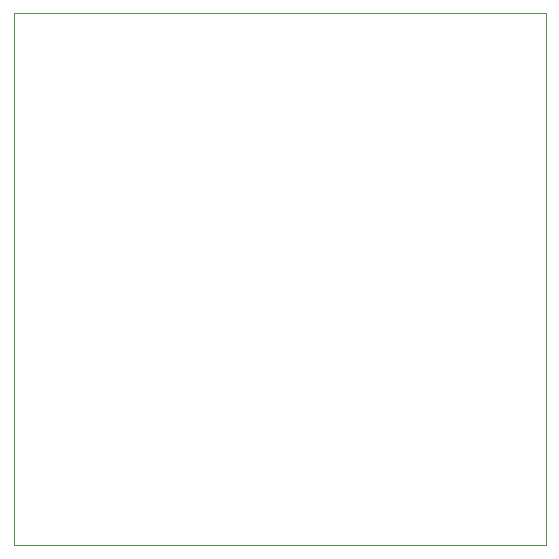
<source format=gm1>
G04 #@! TF.GenerationSoftware,KiCad,Pcbnew,(5.1.4)-1*
G04 #@! TF.CreationDate,2023-02-06T19:17:43+01:00*
G04 #@! TF.ProjectId,Keypad PCB,4b657970-6164-4205-9043-422e6b696361,rev?*
G04 #@! TF.SameCoordinates,Original*
G04 #@! TF.FileFunction,Profile,NP*
%FSLAX46Y46*%
G04 Gerber Fmt 4.6, Leading zero omitted, Abs format (unit mm)*
G04 Created by KiCad (PCBNEW (5.1.4)-1) date 2023-02-06 19:17:43*
%MOMM*%
%LPD*%
G04 APERTURE LIST*
%ADD10C,0.120000*%
G04 APERTURE END LIST*
D10*
X157500000Y-34500000D02*
X183000000Y-34500000D01*
X157500000Y-79500000D02*
X157500000Y-34500000D01*
X202500000Y-79500000D02*
X157500000Y-79500000D01*
X202500000Y-34500000D02*
X202500000Y-79500000D01*
X183000000Y-34500000D02*
X202500000Y-34500000D01*
M02*

</source>
